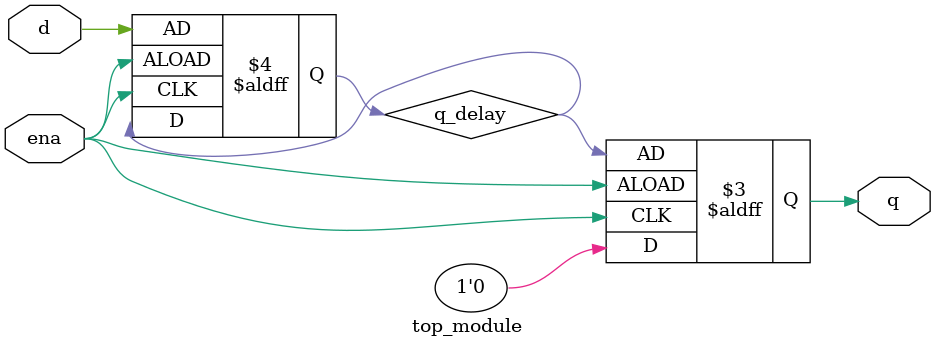
<source format=sv>
module top_module (
	input d,
	input ena,
	output logic q
);

reg q_delay;

always @ (posedge ena or negedge ena)
begin
    if (ena)
        q_delay <= d;
    else
        q_delay <= q_delay;
end

always @ (posedge ena or negedge ena)
begin
    if (ena)
        q <= q_delay;
    else
        q <= 1'b0;
end

endmodule

</source>
